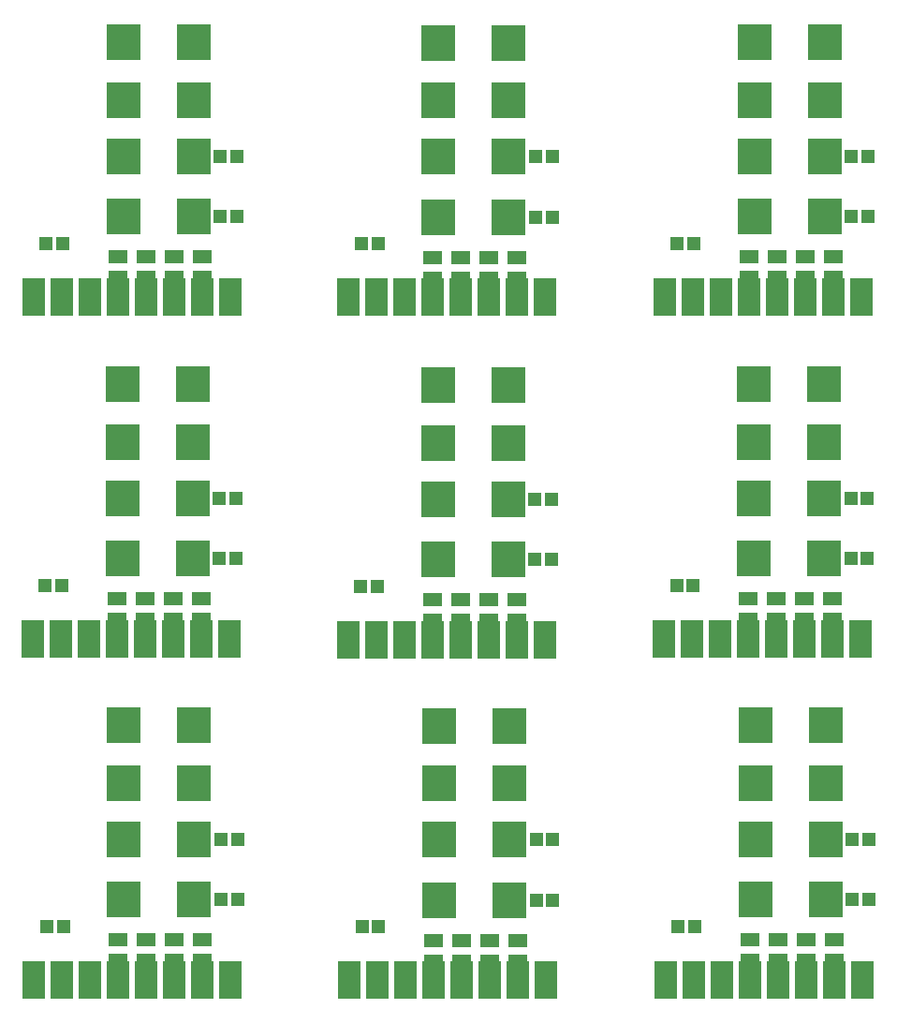
<source format=gbs>
G04 #@! TF.FileFunction,Soldermask,Bot*
%FSLAX46Y46*%
G04 Gerber Fmt 4.6, Leading zero omitted, Abs format (unit mm)*
G04 Created by KiCad (PCBNEW 4.0.5+dfsg1-4) date Wed Nov 21 21:13:56 2018*
%MOMM*%
%LPD*%
G01*
G04 APERTURE LIST*
%ADD10C,0.150000*%
%ADD11R,1.808000X1.208000*%
%ADD12R,1.308000X1.258000*%
%ADD13R,3.058000X3.208000*%
%ADD14R,2.032000X3.508000*%
G04 APERTURE END LIST*
D10*
D11*
X170307000Y-145285500D03*
X170307000Y-143385500D03*
X172847000Y-145285500D03*
X172847000Y-143385500D03*
X175387000Y-145285500D03*
X175387000Y-143385500D03*
X177927000Y-145285500D03*
X177927000Y-143385500D03*
D12*
X181090000Y-139763500D03*
X179590000Y-139763500D03*
X181090000Y-134302500D03*
X179590000Y-134302500D03*
D13*
X177165000Y-134302500D03*
X170815000Y-134302500D03*
X177165000Y-129222500D03*
X170815000Y-129222500D03*
X177165000Y-124015500D03*
X170815000Y-124015500D03*
D12*
X163842000Y-142176500D03*
X165342000Y-142176500D03*
D13*
X177165000Y-139763500D03*
X170815000Y-139763500D03*
D11*
X141732000Y-145349000D03*
X141732000Y-143449000D03*
X144272000Y-145349000D03*
X144272000Y-143449000D03*
X146812000Y-145349000D03*
X146812000Y-143449000D03*
X149352000Y-145349000D03*
X149352000Y-143449000D03*
D12*
X152515000Y-139827000D03*
X151015000Y-139827000D03*
X152515000Y-134366000D03*
X151015000Y-134366000D03*
D13*
X148590000Y-134366000D03*
X142240000Y-134366000D03*
X148590000Y-129286000D03*
X142240000Y-129286000D03*
X148590000Y-124079000D03*
X142240000Y-124079000D03*
D12*
X135267000Y-142240000D03*
X136767000Y-142240000D03*
D13*
X148590000Y-139827000D03*
X142240000Y-139827000D03*
D11*
X113220500Y-145285500D03*
X113220500Y-143385500D03*
X115760500Y-145285500D03*
X115760500Y-143385500D03*
X118300500Y-145285500D03*
X118300500Y-143385500D03*
X120840500Y-145285500D03*
X120840500Y-143385500D03*
D12*
X124003500Y-139763500D03*
X122503500Y-139763500D03*
X124003500Y-134302500D03*
X122503500Y-134302500D03*
D13*
X120078500Y-134302500D03*
X113728500Y-134302500D03*
X120078500Y-129222500D03*
X113728500Y-129222500D03*
X120078500Y-124015500D03*
X113728500Y-124015500D03*
D12*
X106755500Y-142176500D03*
X108255500Y-142176500D03*
D13*
X120078500Y-139763500D03*
X113728500Y-139763500D03*
X119951500Y-108966000D03*
X113601500Y-108966000D03*
D12*
X106628500Y-111379000D03*
X108128500Y-111379000D03*
D13*
X119951500Y-93218000D03*
X113601500Y-93218000D03*
X119951500Y-98425000D03*
X113601500Y-98425000D03*
X119951500Y-103505000D03*
X113601500Y-103505000D03*
D12*
X123876500Y-103505000D03*
X122376500Y-103505000D03*
X123876500Y-108966000D03*
X122376500Y-108966000D03*
D11*
X120713500Y-114488000D03*
X120713500Y-112588000D03*
X118173500Y-114488000D03*
X118173500Y-112588000D03*
X115633500Y-114488000D03*
X115633500Y-112588000D03*
X113093500Y-114488000D03*
X113093500Y-112588000D03*
D13*
X148463000Y-109029500D03*
X142113000Y-109029500D03*
D12*
X135140000Y-111442500D03*
X136640000Y-111442500D03*
D13*
X148463000Y-93281500D03*
X142113000Y-93281500D03*
X148463000Y-98488500D03*
X142113000Y-98488500D03*
X148463000Y-103568500D03*
X142113000Y-103568500D03*
D12*
X152388000Y-103568500D03*
X150888000Y-103568500D03*
X152388000Y-109029500D03*
X150888000Y-109029500D03*
D11*
X149225000Y-114551500D03*
X149225000Y-112651500D03*
X146685000Y-114551500D03*
X146685000Y-112651500D03*
X144145000Y-114551500D03*
X144145000Y-112651500D03*
X141605000Y-114551500D03*
X141605000Y-112651500D03*
D13*
X177038000Y-108966000D03*
X170688000Y-108966000D03*
D12*
X163715000Y-111379000D03*
X165215000Y-111379000D03*
D13*
X177038000Y-93218000D03*
X170688000Y-93218000D03*
X177038000Y-98425000D03*
X170688000Y-98425000D03*
X177038000Y-103505000D03*
X170688000Y-103505000D03*
D12*
X180963000Y-103505000D03*
X179463000Y-103505000D03*
X180963000Y-108966000D03*
X179463000Y-108966000D03*
D11*
X177800000Y-114488000D03*
X177800000Y-112588000D03*
X175260000Y-114488000D03*
X175260000Y-112588000D03*
X172720000Y-114488000D03*
X172720000Y-112588000D03*
X170180000Y-114488000D03*
X170180000Y-112588000D03*
X170243500Y-83563500D03*
X170243500Y-81663500D03*
X172783500Y-83563500D03*
X172783500Y-81663500D03*
X175323500Y-83563500D03*
X175323500Y-81663500D03*
X177863500Y-83563500D03*
X177863500Y-81663500D03*
D12*
X181026500Y-78041500D03*
X179526500Y-78041500D03*
X181026500Y-72580500D03*
X179526500Y-72580500D03*
D13*
X177101500Y-72580500D03*
X170751500Y-72580500D03*
X177101500Y-67500500D03*
X170751500Y-67500500D03*
X177101500Y-62293500D03*
X170751500Y-62293500D03*
D12*
X163778500Y-80454500D03*
X165278500Y-80454500D03*
D13*
X177101500Y-78041500D03*
X170751500Y-78041500D03*
D11*
X141668500Y-83627000D03*
X141668500Y-81727000D03*
X144208500Y-83627000D03*
X144208500Y-81727000D03*
X146748500Y-83627000D03*
X146748500Y-81727000D03*
X149288500Y-83627000D03*
X149288500Y-81727000D03*
D12*
X152451500Y-78105000D03*
X150951500Y-78105000D03*
X152451500Y-72644000D03*
X150951500Y-72644000D03*
D13*
X148526500Y-72644000D03*
X142176500Y-72644000D03*
X148526500Y-67564000D03*
X142176500Y-67564000D03*
X148526500Y-62357000D03*
X142176500Y-62357000D03*
D12*
X135203500Y-80518000D03*
X136703500Y-80518000D03*
D13*
X148526500Y-78105000D03*
X142176500Y-78105000D03*
D11*
X113157000Y-83563500D03*
X113157000Y-81663500D03*
X115697000Y-83563500D03*
X115697000Y-81663500D03*
X118237000Y-83563500D03*
X118237000Y-81663500D03*
X120777000Y-83563500D03*
X120777000Y-81663500D03*
D12*
X123940000Y-78041500D03*
X122440000Y-78041500D03*
X123940000Y-72580500D03*
X122440000Y-72580500D03*
D13*
X120015000Y-72580500D03*
X113665000Y-72580500D03*
X120015000Y-67500500D03*
X113665000Y-67500500D03*
X120015000Y-62293500D03*
X113665000Y-62293500D03*
D12*
X106692000Y-80454500D03*
X108192000Y-80454500D03*
D13*
X120015000Y-78041500D03*
X113665000Y-78041500D03*
D14*
X151828500Y-85344000D03*
X149288500Y-85344000D03*
X146748500Y-85344000D03*
X144208500Y-85344000D03*
X141668500Y-85344000D03*
X139128500Y-85344000D03*
X136588500Y-85344000D03*
X134048500Y-85344000D03*
X180403500Y-85280500D03*
X177863500Y-85280500D03*
X175323500Y-85280500D03*
X172783500Y-85280500D03*
X170243500Y-85280500D03*
X167703500Y-85280500D03*
X165163500Y-85280500D03*
X162623500Y-85280500D03*
X180340000Y-116205000D03*
X177800000Y-116205000D03*
X175260000Y-116205000D03*
X172720000Y-116205000D03*
X170180000Y-116205000D03*
X167640000Y-116205000D03*
X165100000Y-116205000D03*
X162560000Y-116205000D03*
X151765000Y-116268500D03*
X149225000Y-116268500D03*
X146685000Y-116268500D03*
X144145000Y-116268500D03*
X141605000Y-116268500D03*
X139065000Y-116268500D03*
X136525000Y-116268500D03*
X133985000Y-116268500D03*
X123253500Y-116205000D03*
X120713500Y-116205000D03*
X118173500Y-116205000D03*
X115633500Y-116205000D03*
X113093500Y-116205000D03*
X110553500Y-116205000D03*
X108013500Y-116205000D03*
X105473500Y-116205000D03*
X123380500Y-147002500D03*
X120840500Y-147002500D03*
X118300500Y-147002500D03*
X115760500Y-147002500D03*
X113220500Y-147002500D03*
X110680500Y-147002500D03*
X108140500Y-147002500D03*
X105600500Y-147002500D03*
X151892000Y-147066000D03*
X149352000Y-147066000D03*
X146812000Y-147066000D03*
X144272000Y-147066000D03*
X141732000Y-147066000D03*
X139192000Y-147066000D03*
X136652000Y-147066000D03*
X134112000Y-147066000D03*
X180467000Y-147002500D03*
X177927000Y-147002500D03*
X175387000Y-147002500D03*
X172847000Y-147002500D03*
X170307000Y-147002500D03*
X167767000Y-147002500D03*
X165227000Y-147002500D03*
X162687000Y-147002500D03*
X123317000Y-85280500D03*
X120777000Y-85280500D03*
X118237000Y-85280500D03*
X115697000Y-85280500D03*
X113157000Y-85280500D03*
X110617000Y-85280500D03*
X108077000Y-85280500D03*
X105537000Y-85280500D03*
M02*

</source>
